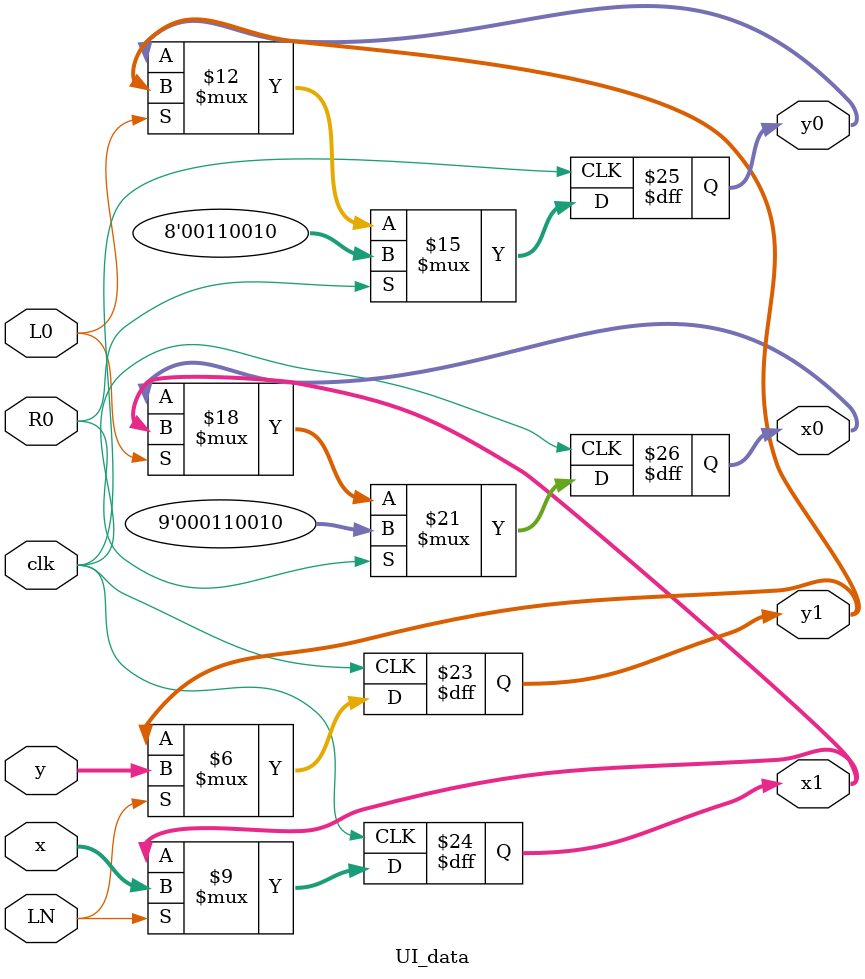
<source format=v>
module UI(go,reset,done,clk, start, R0, L0, LN, done_plot);

  input go, reset, done_plot, clk;
  
  output start, done;
  output R0,L0, LN;
  
  localparam [3:0] s0=4'd0, s1=4'd1, s2=4'd2, s3=4'd3, s4=4'd4, s5=4'd5, s6=4'd6;
  reg [3:0] ns,ps;
  
  always@(*)
    begin
	   case(ps)
		  s0: ns <= s1;
		  s1: if(go) ns<=s2;
		      else ns <= s1;
		  s2: ns <= s3;
		  s3: if(done_plot) ns <= s4;
		      else ns <= s3;
		  s4: ns <= s5;
		  s5: if(~go) ns <= s6;
		      else ns <= s5;
		  s6: if(go) ns <= s2;
		      else ns <= s6;
		  default: ns <= 4'bxxxx;
		endcase		
	 end
  always@(posedge clk, negedge reset)
    begin
	   if(~reset) ps <= s0;
		else ps <= ns;
	 end
	 
  assign R0 = (ps == s0);
  assign LN = (ps == s1)| (ps == s6);
  assign L0 = (ps == s4);
  assign done = (ps == s5);
  assign start = (ps == s2);

  
endmodule

module UI_data(clk, R0, LN, L0, x,y,x1,y1,x0,y0);
  input clk, R0, LN, L0;
  input [7:0] y;
  input [8:0] x;
  
  output reg [7:0] y1,y0;
  output reg [8:0] x0,x1;
  
  always@(posedge clk)
    begin
	   if(R0) x0 <= 50;
		else if(L0) x0 <= x1;
	   else x0 <= x0;
	 end
  always@(posedge clk)
    begin
	   if(R0) y0 <= 50;
		else if(L0) y0 <= y1;
	   else y0 <= y0;
	 end
  always@(posedge clk)
    begin
	   if(LN) x1 <= x;
		else x1 <= x1;
	 end
    always@(posedge clk)
    begin
	   if(LN) y1 <= y;
		else y1 <= y1;
	 end

endmodule

</source>
